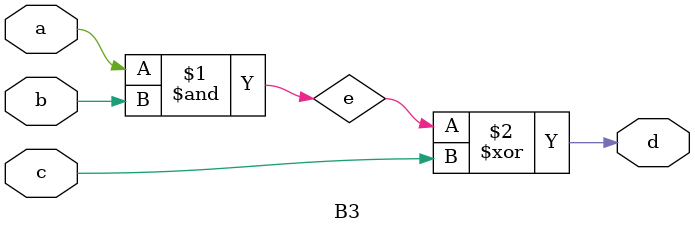
<source format=v>
`timescale 1ns / 1ps


module B3(
input a,b,c,output d
    );
    
    wire e;
    assign e = (a&b);
    
    assign d = e ^ c;
    
endmodule

</source>
